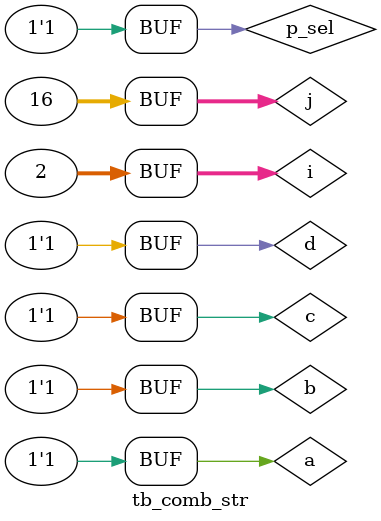
<source format=v>
`timescale 10ns / 1ns
`include "comb_str.v"

module tb_comb_str();
reg p_sel, a, b, c, d;
wire p_y;
integer i, j;

comb_str c1 (p_y, p_sel, a, b, c, d);

initial 
begin
  for (i=0; i<2; i=i+1)
  begin
    for (j=0; j<16; j=j+1) 
    begin
      p_sel = i;
      {a, b, c, d} = j;
      #10;
    end
  end
end

initial
  $monitor("time=%t, y=%b, sel=%b, ABCD=%b",
	    $time, p_y, p_sel, {a,b,c,d});

endmodule

</source>
